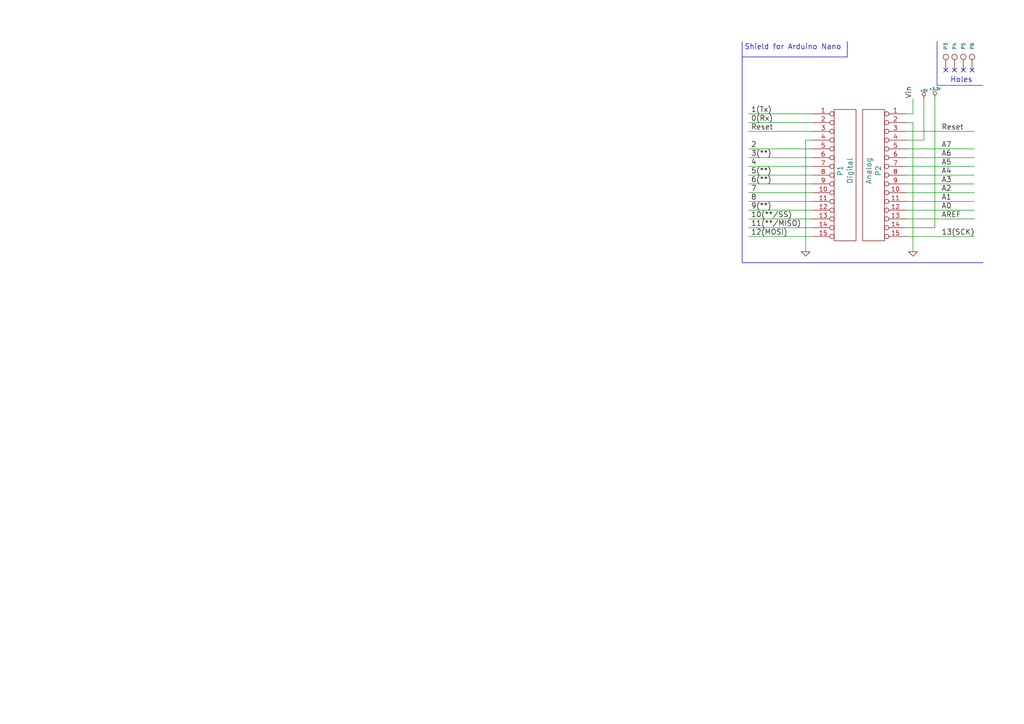
<source format=kicad_sch>
(kicad_sch (version 20230121) (generator eeschema)
  (paper "A4")
  (title_block (date "jeu. 02 avril 2015"))
  (lib_symbols
    (symbol "Arduino_Nano-rescue:+3.3V" (power) (pin_names (offset 0))
      (property "Value" "+3.3V" (at 0 2.794 0))
      (symbol "+3.3V_0_0"
        (pin power_in line (at 0 0 90) (length 0) hide (name "+3.3V") (number "1"))
      )
      (symbol "+3.3V_0_1"
        (polyline (pts (xy 0 0) (xy 0 1.016) (xy 0 1.016)))
        (circle (center 0 1.524) (radius 0.508))
      )
    )
    (symbol "Arduino_Nano-rescue:+5V" (power) (pin_names (offset 1.016))
      (property "Value" "+5V" (at 0 2.286 0))
      (symbol "+5V_0_0"
        (pin power_in line (at 0 0 90) (length 0) hide (name "+5V") (number "1"))
      )
      (symbol "+5V_0_1"
        (polyline (pts (xy 0 0) (xy 0 0.762) (xy 0 0.762) (xy 0 0.762)))
        (circle (center 0 1.27) (radius 0.508))
      )
    )
    (symbol "Arduino_Nano-rescue:CONN_1" (pin_numbers hide) (pin_names (offset 0.762) hide)
      (property "Reference" "P" (at 2.032 0 0))
      (symbol "CONN_1_0_1"
        (polyline (pts (xy -0.762 0) (xy -1.27 0)))
        (circle (center 0 0) (radius 0.7874))
      )
      (symbol "CONN_1_1_1"
        (pin passive line (at -3.81 0 0) (length 2.54) (name "1") (number "1"))
      )
    )
    (symbol "Arduino_Nano-rescue:CONN_15" (pin_names (offset 1.016) hide)
      (property "Reference" "P" (at -0.762 1.27 90))
      (property "Value" "CONN_15" (at 2.032 1.27 90))
      (symbol "CONN_15_0_1"
        (rectangle (start -2.54 -19.05) (end 3.81 19.05))
      )
      (symbol "CONN_15_1_1"
        (pin passive inverted (at -8.89 17.78 0) (length 6.35) (name "P1") (number "1"))
        (pin passive inverted (at -8.89 -5.08 0) (length 6.35) (name "P10") (number "10"))
        (pin passive inverted (at -8.89 -7.62 0) (length 6.35) (name "P11") (number "11"))
        (pin passive inverted (at -8.89 -10.16 0) (length 6.35) (name "P12") (number "12"))
        (pin passive inverted (at -8.89 -12.7 0) (length 6.35) (name "P13") (number "13"))
        (pin passive inverted (at -8.89 -15.24 0) (length 6.35) (name "P14") (number "14"))
        (pin passive inverted (at -8.89 -17.78 0) (length 6.35) (name "p15") (number "15"))
        (pin passive inverted (at -8.89 15.24 0) (length 6.35) (name "P2") (number "2"))
        (pin passive inverted (at -8.89 12.7 0) (length 6.35) (name "P3") (number "3"))
        (pin passive inverted (at -8.89 10.16 0) (length 6.35) (name "P4") (number "4"))
        (pin passive inverted (at -8.89 7.62 0) (length 6.35) (name "P5") (number "5"))
        (pin passive inverted (at -8.89 5.08 0) (length 6.35) (name "P6") (number "6"))
        (pin passive inverted (at -8.89 2.54 0) (length 6.35) (name "P7") (number "7"))
        (pin passive inverted (at -8.89 0 0) (length 6.35) (name "P8") (number "8"))
        (pin passive inverted (at -8.89 -2.54 0) (length 6.35) (name "P9") (number "9"))
      )
    )
    (symbol "Arduino_Nano-rescue:GND" (power) (pin_names (offset 0))
      (symbol "GND_0_1"
        (polyline (pts (xy -1.27 0) (xy 0 -1.27) (xy 1.27 0) (xy -1.27 0)))
      )
      (symbol "GND_1_1"
        (pin power_in line (at 0 0 90) (length 0) hide (name "GND") (number "1"))
      )
    )
  )
  (no_connect (at 281.94 20.32))
  (no_connect (at 279.4 20.32))
  (no_connect (at 276.86 20.32))
  (no_connect (at 274.32 20.32))
  (wire (pts (xy 262.89 48.26) (xy 282.575 48.26)))
  (wire (pts (xy 233.68 40.64) (xy 233.68 73.025)))
  (wire (pts (xy 262.89 50.8) (xy 282.575 50.8)))
  (wire (pts (xy 217.17 48.26) (xy 235.585 48.26)))
  (wire (pts (xy 217.17 55.88) (xy 235.585 55.88)))
  (polyline (pts (xy 245.745 16.51) (xy 245.745 12.065)))
  (wire (pts (xy 217.17 63.5) (xy 235.585 63.5)))
  (wire (pts (xy 217.17 50.8) (xy 235.585 50.8)))
  (wire (pts (xy 217.17 60.96) (xy 235.585 60.96)))
  (wire (pts (xy 217.17 58.42) (xy 235.585 58.42)))
  (wire (pts (xy 233.68 40.64) (xy 235.585 40.64)))
  (wire (pts (xy 262.89 55.88) (xy 282.575 55.88)))
  (wire (pts (xy 262.89 66.04) (xy 271.145 66.04)))
  (wire (pts (xy 262.89 53.34) (xy 282.575 53.34)))
  (wire (pts (xy 267.97 40.64) (xy 267.97 28.575)))
  (wire (pts (xy 217.17 38.1) (xy 235.585 38.1)))
  (wire (pts (xy 262.89 45.72) (xy 282.575 45.72)))
  (wire (pts (xy 217.17 68.58) (xy 235.585 68.58)))
  (polyline (pts (xy 271.78 24.765) (xy 285.115 24.765)))
  (wire (pts (xy 262.89 68.58) (xy 282.575 68.58)))
  (polyline (pts (xy 215.265 16.51) (xy 245.745 16.51)))
  (wire (pts (xy 264.795 35.56) (xy 262.89 35.56)))
  (wire (pts (xy 262.89 63.5) (xy 282.575 63.5)))
  (wire (pts (xy 217.17 33.02) (xy 235.585 33.02)))
  (wire (pts (xy 262.89 60.96) (xy 282.575 60.96)))
  (wire (pts (xy 217.17 45.72) (xy 235.585 45.72)))
  (wire (pts (xy 271.145 66.04) (xy 271.145 28.575)))
  (wire (pts (xy 217.17 53.34) (xy 235.585 53.34)))
  (wire (pts (xy 217.17 43.18) (xy 235.585 43.18)))
  (wire (pts (xy 217.17 66.04) (xy 235.585 66.04)))
  (wire (pts (xy 262.89 38.1) (xy 282.575 38.1)))
  (wire (pts (xy 217.17 35.56) (xy 235.585 35.56)))
  (polyline (pts (xy 285.115 76.2) (xy 216.535 76.2)))
  (wire (pts (xy 262.89 43.18) (xy 282.575 43.18)))
  (wire (pts (xy 262.89 40.64) (xy 267.97 40.64)))
  (wire (pts (xy 264.795 28.575) (xy 264.795 33.02)))
  (polyline (pts (xy 271.78 12.065) (xy 271.78 24.765)))
  (wire (pts (xy 264.795 33.02) (xy 262.89 33.02)))
  (polyline (pts (xy 217.17 76.2) (xy 215.265 76.2)))
  (polyline (pts (xy 215.265 76.2) (xy 215.265 12.065)))
  (wire (pts (xy 264.795 35.56) (xy 264.795 73.025)))
  (wire (pts (xy 262.89 58.42) (xy 282.575 58.42)))
  (text "Holes" (at 275.59 24.13 0) (effects (font (size 1.524 1.524)) (justify left bottom)))
  (text "Shield for Arduino Nano" (at 215.9 14.605 0) (effects (font (size 1.524 1.524)) (justify left bottom)))
  (label "Reset" (at 217.805 38.1 0) (effects (font (size 1.524 1.524))))
  (label "5(**)" (at 217.805 50.8 0) (effects (font (size 1.524 1.524))))
  (label "2" (at 217.805 43.18 0) (effects (font (size 1.524 1.524))))
  (label "9(**)" (at 217.805 60.96 0) (effects (font (size 1.524 1.524))))
  (label "13(SCK)" (at 273.05 68.58 0) (effects (font (size 1.524 1.524))))
  (label "AREF" (at 273.05 63.5 0) (effects (font (size 1.524 1.524))))
  (label "A3" (at 273.05 53.34 0) (effects (font (size 1.524 1.524))))
  (label "Reset" (at 273.05 38.1 0) (effects (font (size 1.524 1.524))))
  (label "1(Tx)" (at 217.805 33.02 0) (effects (font (size 1.524 1.524))))
  (label "A6" (at 273.05 45.72 0) (effects (font (size 1.524 1.524))))
  (label "A2" (at 273.05 55.88 0) (effects (font (size 1.524 1.524))))
  (label "8" (at 217.805 58.42 0) (effects (font (size 1.524 1.524))))
  (label "0(Rx)" (at 217.805 35.56 0) (effects (font (size 1.524 1.524))))
  (label "A5" (at 273.05 48.26 0) (effects (font (size 1.524 1.524))))
  (label "12(MOSI)" (at 217.805 68.58 0) (effects (font (size 1.524 1.524))))
  (label "A1" (at 273.05 58.42 0) (effects (font (size 1.524 1.524))))
  (label "A4" (at 273.05 50.8 0) (effects (font (size 1.524 1.524))))
  (label "6(**)" (at 217.805 53.34 0) (effects (font (size 1.524 1.524))))
  (label "11(**/MISO)" (at 217.805 66.04 0) (effects (font (size 1.524 1.524))))
  (label "3(**)" (at 217.805 45.72 0) (effects (font (size 1.524 1.524))))
  (label "A7" (at 273.05 43.18 0) (effects (font (size 1.524 1.524))))
  (label "10(**/SS)" (at 217.805 63.5 0) (effects (font (size 1.524 1.524))))
  (label "7" (at 217.805 55.88 0) (effects (font (size 1.524 1.524))))
  (label "4" (at 217.805 48.26 0) (effects (font (size 1.524 1.524))))
  (label "A0" (at 273.05 60.96 0) (effects (font (size 1.524 1.524))))
  (label "Vin" (at 264.795 28.575 90) (effects (font (size 1.524 1.524))))
  (symbol (lib_id "Arduino_Nano-rescue:CONN_1") (at 274.32 16.51 90) (unit 1)
    (property "Reference" "P3" (at 274.32 14.478 0) (effects (font (size 1.016 1.016)) (justify left)))
    (property "Value" "CONN_1" (effects hide))
    (property "Footprint" "Socket_Arduino_Nano:1pin_Nano" (effects hide))
  )
  (symbol (lib_id "Arduino_Nano-rescue:CONN_1") (at 276.86 16.51 90) (unit 1)
    (property "Reference" "P4" (at 276.86 14.478 0) (effects (font (size 1.016 1.016)) (justify left)))
    (property "Value" "CONN_1" (effects hide))
    (property "Footprint" "Socket_Arduino_Nano:1pin_Nano" (effects hide))
  )
  (symbol (lib_id "Arduino_Nano-rescue:CONN_1") (at 279.4 16.51 90) (unit 1)
    (property "Reference" "P5" (at 279.4 14.478 0) (effects (font (size 1.016 1.016)) (justify left)))
    (property "Value" "CONN_1" (effects hide))
    (property "Footprint" "Socket_Arduino_Nano:1pin_Nano" (effects hide))
  )
  (symbol (lib_id "Arduino_Nano-rescue:CONN_1") (at 281.94 16.51 90) (unit 1)
    (property "Reference" "P6" (at 281.94 14.478 0) (effects (font (size 1.016 1.016)) (justify left)))
    (property "Value" "CONN_1" (effects hide))
    (property "Footprint" "Socket_Arduino_Nano:1pin_Nano" (effects hide))
  )
  (symbol (lib_id "Arduino_Nano-rescue:CONN_15") (at 244.475 50.8 0) (unit 1)
    (property "Reference" "P1" (at 243.713 49.53 90) (effects (font (size 1.524 1.524))))
    (property "Value" "Digital" (at 246.507 49.53 90) (effects (font (size 1.524 1.524))))
    (property "Footprint" "Socket_Arduino_Nano:Socket_Strip_Arduino_1x15" (effects hide))
  )
  (symbol (lib_id "Arduino_Nano-rescue:CONN_15") (at 254 50.8 0) (mirror y) (unit 1)
    (property "Reference" "P2" (at 254.762 49.53 90) (effects (font (size 1.524 1.524))))
    (property "Value" "Analog" (at 251.968 49.53 90) (effects (font (size 1.524 1.524))))
    (property "Footprint" "Socket_Arduino_Nano:Socket_Strip_Arduino_1x15" (effects hide))
  )
  (symbol (lib_id "Arduino_Nano-rescue:GND") (at 233.68 73.025 0) (unit 1)
    (property "Reference" "#PWR1" (effects hide))
    (property "Value" "GND" (effects hide))
  )
  (symbol (lib_id "Arduino_Nano-rescue:+3.3V") (at 271.145 28.575 0) (unit 1)
    (property "Reference" "#PWR3" (effects hide))
    (property "Value" "+3.3V" (at 271.145 25.781 0) (effects (font (size 0.762 0.762))))
  )
  (symbol (lib_id "Arduino_Nano-rescue:+5V") (at 267.97 28.575 0) (unit 1)
    (property "Reference" "#PWR2" (effects hide))
    (property "Value" "+5V" (at 267.97 26.289 0) (effects (font (size 0.762 0.762))))
  )
  (symbol (lib_id "Arduino_Nano-rescue:GND") (at 264.795 73.025 0) (unit 1)
    (property "Reference" "#PWR4" (effects hide))
    (property "Value" "GND" (effects hide))
  )
)
</source>
